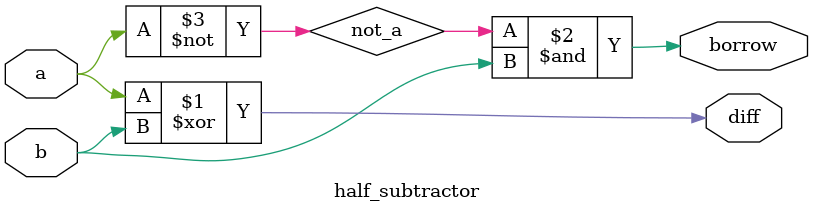
<source format=v>
module half_subtractor(
  input a,
  input b,
  output diff,
  output borrow
);
  wire not_a;
  xor xor_0(diff,a,b);
  not not_0(not_a,a);
  and and_0(borrow,not_a,b);
  
endmodule

</source>
